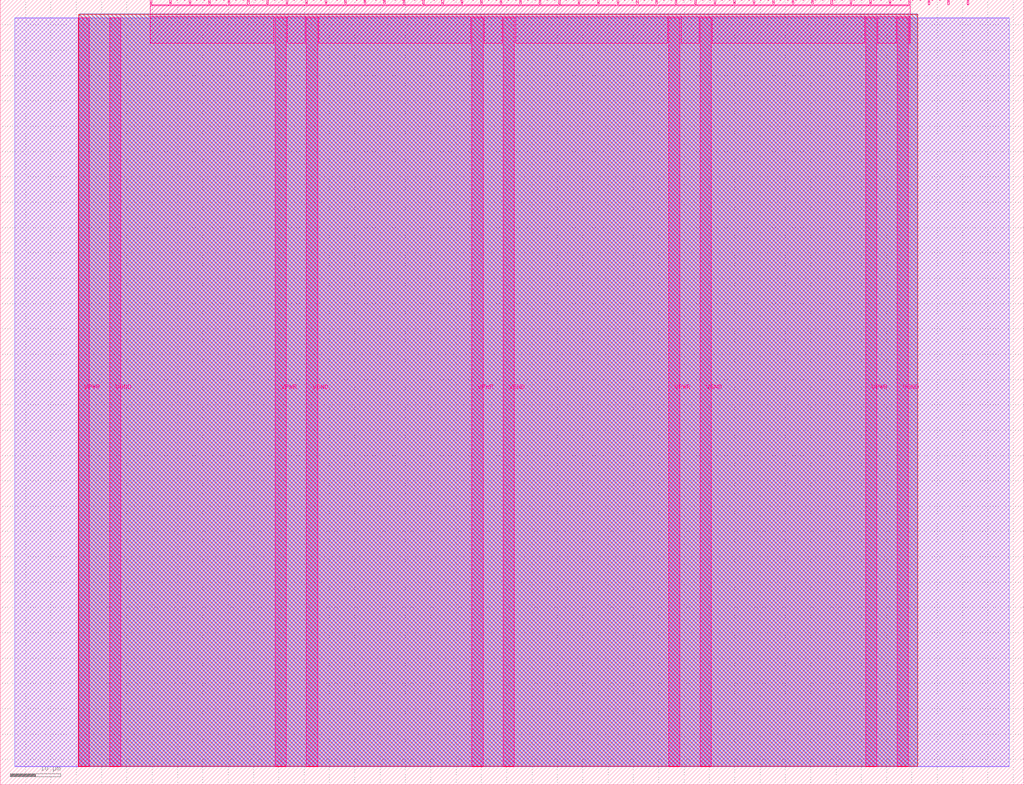
<source format=lef>
VERSION 5.7 ;
  NOWIREEXTENSIONATPIN ON ;
  DIVIDERCHAR "/" ;
  BUSBITCHARS "[]" ;
MACRO tt_um_wokwi_434917381796339713
  CLASS BLOCK ;
  FOREIGN tt_um_wokwi_434917381796339713 ;
  ORIGIN 0.000 0.000 ;
  SIZE 202.080 BY 154.980 ;
  PIN VGND
    DIRECTION INOUT ;
    USE GROUND ;
    PORT
      LAYER Metal5 ;
        RECT 21.580 3.560 23.780 151.420 ;
    END
    PORT
      LAYER Metal5 ;
        RECT 60.450 3.560 62.650 151.420 ;
    END
    PORT
      LAYER Metal5 ;
        RECT 99.320 3.560 101.520 151.420 ;
    END
    PORT
      LAYER Metal5 ;
        RECT 138.190 3.560 140.390 151.420 ;
    END
    PORT
      LAYER Metal5 ;
        RECT 177.060 3.560 179.260 151.420 ;
    END
  END VGND
  PIN VPWR
    DIRECTION INOUT ;
    USE POWER ;
    PORT
      LAYER Metal5 ;
        RECT 15.380 3.560 17.580 151.420 ;
    END
    PORT
      LAYER Metal5 ;
        RECT 54.250 3.560 56.450 151.420 ;
    END
    PORT
      LAYER Metal5 ;
        RECT 93.120 3.560 95.320 151.420 ;
    END
    PORT
      LAYER Metal5 ;
        RECT 131.990 3.560 134.190 151.420 ;
    END
    PORT
      LAYER Metal5 ;
        RECT 170.860 3.560 173.060 151.420 ;
    END
  END VPWR
  PIN clk
    DIRECTION INPUT ;
    USE SIGNAL ;
    PORT
      LAYER Metal5 ;
        RECT 187.050 153.980 187.350 154.980 ;
    END
  END clk
  PIN ena
    DIRECTION INPUT ;
    USE SIGNAL ;
    PORT
      LAYER Metal5 ;
        RECT 190.890 153.980 191.190 154.980 ;
    END
  END ena
  PIN rst_n
    DIRECTION INPUT ;
    USE SIGNAL ;
    PORT
      LAYER Metal5 ;
        RECT 183.210 153.980 183.510 154.980 ;
    END
  END rst_n
  PIN ui_in[0]
    DIRECTION INPUT ;
    USE SIGNAL ;
    ANTENNAGATEAREA 0.180700 ;
    PORT
      LAYER Metal5 ;
        RECT 179.370 153.980 179.670 154.980 ;
    END
  END ui_in[0]
  PIN ui_in[1]
    DIRECTION INPUT ;
    USE SIGNAL ;
    ANTENNAGATEAREA 0.180700 ;
    PORT
      LAYER Metal5 ;
        RECT 175.530 153.980 175.830 154.980 ;
    END
  END ui_in[1]
  PIN ui_in[2]
    DIRECTION INPUT ;
    USE SIGNAL ;
    ANTENNAGATEAREA 0.180700 ;
    PORT
      LAYER Metal5 ;
        RECT 171.690 153.980 171.990 154.980 ;
    END
  END ui_in[2]
  PIN ui_in[3]
    DIRECTION INPUT ;
    USE SIGNAL ;
    ANTENNAGATEAREA 0.180700 ;
    PORT
      LAYER Metal5 ;
        RECT 167.850 153.980 168.150 154.980 ;
    END
  END ui_in[3]
  PIN ui_in[4]
    DIRECTION INPUT ;
    USE SIGNAL ;
    ANTENNAGATEAREA 0.180700 ;
    PORT
      LAYER Metal5 ;
        RECT 164.010 153.980 164.310 154.980 ;
    END
  END ui_in[4]
  PIN ui_in[5]
    DIRECTION INPUT ;
    USE SIGNAL ;
    ANTENNAGATEAREA 0.180700 ;
    PORT
      LAYER Metal5 ;
        RECT 160.170 153.980 160.470 154.980 ;
    END
  END ui_in[5]
  PIN ui_in[6]
    DIRECTION INPUT ;
    USE SIGNAL ;
    ANTENNAGATEAREA 0.180700 ;
    PORT
      LAYER Metal5 ;
        RECT 156.330 153.980 156.630 154.980 ;
    END
  END ui_in[6]
  PIN ui_in[7]
    DIRECTION INPUT ;
    USE SIGNAL ;
    ANTENNAGATEAREA 0.180700 ;
    PORT
      LAYER Metal5 ;
        RECT 152.490 153.980 152.790 154.980 ;
    END
  END ui_in[7]
  PIN uio_in[0]
    DIRECTION INPUT ;
    USE SIGNAL ;
    PORT
      LAYER Metal5 ;
        RECT 148.650 153.980 148.950 154.980 ;
    END
  END uio_in[0]
  PIN uio_in[1]
    DIRECTION INPUT ;
    USE SIGNAL ;
    PORT
      LAYER Metal5 ;
        RECT 144.810 153.980 145.110 154.980 ;
    END
  END uio_in[1]
  PIN uio_in[2]
    DIRECTION INPUT ;
    USE SIGNAL ;
    PORT
      LAYER Metal5 ;
        RECT 140.970 153.980 141.270 154.980 ;
    END
  END uio_in[2]
  PIN uio_in[3]
    DIRECTION INPUT ;
    USE SIGNAL ;
    PORT
      LAYER Metal5 ;
        RECT 137.130 153.980 137.430 154.980 ;
    END
  END uio_in[3]
  PIN uio_in[4]
    DIRECTION INPUT ;
    USE SIGNAL ;
    PORT
      LAYER Metal5 ;
        RECT 133.290 153.980 133.590 154.980 ;
    END
  END uio_in[4]
  PIN uio_in[5]
    DIRECTION INPUT ;
    USE SIGNAL ;
    PORT
      LAYER Metal5 ;
        RECT 129.450 153.980 129.750 154.980 ;
    END
  END uio_in[5]
  PIN uio_in[6]
    DIRECTION INPUT ;
    USE SIGNAL ;
    PORT
      LAYER Metal5 ;
        RECT 125.610 153.980 125.910 154.980 ;
    END
  END uio_in[6]
  PIN uio_in[7]
    DIRECTION INPUT ;
    USE SIGNAL ;
    PORT
      LAYER Metal5 ;
        RECT 121.770 153.980 122.070 154.980 ;
    END
  END uio_in[7]
  PIN uio_oe[0]
    DIRECTION OUTPUT ;
    USE SIGNAL ;
    ANTENNADIFFAREA 0.299200 ;
    PORT
      LAYER Metal5 ;
        RECT 56.490 153.980 56.790 154.980 ;
    END
  END uio_oe[0]
  PIN uio_oe[1]
    DIRECTION OUTPUT ;
    USE SIGNAL ;
    ANTENNADIFFAREA 0.299200 ;
    PORT
      LAYER Metal5 ;
        RECT 52.650 153.980 52.950 154.980 ;
    END
  END uio_oe[1]
  PIN uio_oe[2]
    DIRECTION OUTPUT ;
    USE SIGNAL ;
    ANTENNADIFFAREA 0.299200 ;
    PORT
      LAYER Metal5 ;
        RECT 48.810 153.980 49.110 154.980 ;
    END
  END uio_oe[2]
  PIN uio_oe[3]
    DIRECTION OUTPUT ;
    USE SIGNAL ;
    ANTENNADIFFAREA 0.299200 ;
    PORT
      LAYER Metal5 ;
        RECT 44.970 153.980 45.270 154.980 ;
    END
  END uio_oe[3]
  PIN uio_oe[4]
    DIRECTION OUTPUT ;
    USE SIGNAL ;
    ANTENNADIFFAREA 0.299200 ;
    PORT
      LAYER Metal5 ;
        RECT 41.130 153.980 41.430 154.980 ;
    END
  END uio_oe[4]
  PIN uio_oe[5]
    DIRECTION OUTPUT ;
    USE SIGNAL ;
    ANTENNADIFFAREA 0.299200 ;
    PORT
      LAYER Metal5 ;
        RECT 37.290 153.980 37.590 154.980 ;
    END
  END uio_oe[5]
  PIN uio_oe[6]
    DIRECTION OUTPUT ;
    USE SIGNAL ;
    ANTENNADIFFAREA 0.299200 ;
    PORT
      LAYER Metal5 ;
        RECT 33.450 153.980 33.750 154.980 ;
    END
  END uio_oe[6]
  PIN uio_oe[7]
    DIRECTION OUTPUT ;
    USE SIGNAL ;
    ANTENNADIFFAREA 0.299200 ;
    PORT
      LAYER Metal5 ;
        RECT 29.610 153.980 29.910 154.980 ;
    END
  END uio_oe[7]
  PIN uio_out[0]
    DIRECTION OUTPUT ;
    USE SIGNAL ;
    ANTENNADIFFAREA 0.299200 ;
    PORT
      LAYER Metal5 ;
        RECT 87.210 153.980 87.510 154.980 ;
    END
  END uio_out[0]
  PIN uio_out[1]
    DIRECTION OUTPUT ;
    USE SIGNAL ;
    ANTENNADIFFAREA 0.299200 ;
    PORT
      LAYER Metal5 ;
        RECT 83.370 153.980 83.670 154.980 ;
    END
  END uio_out[1]
  PIN uio_out[2]
    DIRECTION OUTPUT ;
    USE SIGNAL ;
    ANTENNADIFFAREA 0.299200 ;
    PORT
      LAYER Metal5 ;
        RECT 79.530 153.980 79.830 154.980 ;
    END
  END uio_out[2]
  PIN uio_out[3]
    DIRECTION OUTPUT ;
    USE SIGNAL ;
    ANTENNADIFFAREA 0.299200 ;
    PORT
      LAYER Metal5 ;
        RECT 75.690 153.980 75.990 154.980 ;
    END
  END uio_out[3]
  PIN uio_out[4]
    DIRECTION OUTPUT ;
    USE SIGNAL ;
    ANTENNADIFFAREA 0.299200 ;
    PORT
      LAYER Metal5 ;
        RECT 71.850 153.980 72.150 154.980 ;
    END
  END uio_out[4]
  PIN uio_out[5]
    DIRECTION OUTPUT ;
    USE SIGNAL ;
    ANTENNADIFFAREA 0.299200 ;
    PORT
      LAYER Metal5 ;
        RECT 68.010 153.980 68.310 154.980 ;
    END
  END uio_out[5]
  PIN uio_out[6]
    DIRECTION OUTPUT ;
    USE SIGNAL ;
    ANTENNADIFFAREA 0.299200 ;
    PORT
      LAYER Metal5 ;
        RECT 64.170 153.980 64.470 154.980 ;
    END
  END uio_out[6]
  PIN uio_out[7]
    DIRECTION OUTPUT ;
    USE SIGNAL ;
    ANTENNADIFFAREA 0.299200 ;
    PORT
      LAYER Metal5 ;
        RECT 60.330 153.980 60.630 154.980 ;
    END
  END uio_out[7]
  PIN uo_out[0]
    DIRECTION OUTPUT ;
    USE SIGNAL ;
    ANTENNADIFFAREA 0.654800 ;
    PORT
      LAYER Metal5 ;
        RECT 117.930 153.980 118.230 154.980 ;
    END
  END uo_out[0]
  PIN uo_out[1]
    DIRECTION OUTPUT ;
    USE SIGNAL ;
    ANTENNADIFFAREA 0.654800 ;
    PORT
      LAYER Metal5 ;
        RECT 114.090 153.980 114.390 154.980 ;
    END
  END uo_out[1]
  PIN uo_out[2]
    DIRECTION OUTPUT ;
    USE SIGNAL ;
    ANTENNADIFFAREA 0.654800 ;
    PORT
      LAYER Metal5 ;
        RECT 110.250 153.980 110.550 154.980 ;
    END
  END uo_out[2]
  PIN uo_out[3]
    DIRECTION OUTPUT ;
    USE SIGNAL ;
    ANTENNADIFFAREA 0.654800 ;
    PORT
      LAYER Metal5 ;
        RECT 106.410 153.980 106.710 154.980 ;
    END
  END uo_out[3]
  PIN uo_out[4]
    DIRECTION OUTPUT ;
    USE SIGNAL ;
    ANTENNADIFFAREA 0.654800 ;
    PORT
      LAYER Metal5 ;
        RECT 102.570 153.980 102.870 154.980 ;
    END
  END uo_out[4]
  PIN uo_out[5]
    DIRECTION OUTPUT ;
    USE SIGNAL ;
    ANTENNADIFFAREA 0.654800 ;
    PORT
      LAYER Metal5 ;
        RECT 98.730 153.980 99.030 154.980 ;
    END
  END uo_out[5]
  PIN uo_out[6]
    DIRECTION OUTPUT ;
    USE SIGNAL ;
    ANTENNADIFFAREA 0.654800 ;
    PORT
      LAYER Metal5 ;
        RECT 94.890 153.980 95.190 154.980 ;
    END
  END uo_out[6]
  PIN uo_out[7]
    DIRECTION OUTPUT ;
    USE SIGNAL ;
    ANTENNADIFFAREA 0.654800 ;
    PORT
      LAYER Metal5 ;
        RECT 91.050 153.980 91.350 154.980 ;
    END
  END uo_out[7]
  OBS
      LAYER GatPoly ;
        RECT 2.880 3.630 199.200 151.350 ;
      LAYER Metal1 ;
        RECT 2.880 3.560 199.200 151.420 ;
      LAYER Metal2 ;
        RECT 15.515 3.680 181.105 152.140 ;
      LAYER Metal3 ;
        RECT 15.560 3.635 181.060 152.185 ;
      LAYER Metal4 ;
        RECT 15.515 3.680 181.105 152.140 ;
      LAYER Metal5 ;
        RECT 30.120 153.770 33.240 153.980 ;
        RECT 33.960 153.770 37.080 153.980 ;
        RECT 37.800 153.770 40.920 153.980 ;
        RECT 41.640 153.770 44.760 153.980 ;
        RECT 45.480 153.770 48.600 153.980 ;
        RECT 49.320 153.770 52.440 153.980 ;
        RECT 53.160 153.770 56.280 153.980 ;
        RECT 57.000 153.770 60.120 153.980 ;
        RECT 60.840 153.770 63.960 153.980 ;
        RECT 64.680 153.770 67.800 153.980 ;
        RECT 68.520 153.770 71.640 153.980 ;
        RECT 72.360 153.770 75.480 153.980 ;
        RECT 76.200 153.770 79.320 153.980 ;
        RECT 80.040 153.770 83.160 153.980 ;
        RECT 83.880 153.770 87.000 153.980 ;
        RECT 87.720 153.770 90.840 153.980 ;
        RECT 91.560 153.770 94.680 153.980 ;
        RECT 95.400 153.770 98.520 153.980 ;
        RECT 99.240 153.770 102.360 153.980 ;
        RECT 103.080 153.770 106.200 153.980 ;
        RECT 106.920 153.770 110.040 153.980 ;
        RECT 110.760 153.770 113.880 153.980 ;
        RECT 114.600 153.770 117.720 153.980 ;
        RECT 118.440 153.770 121.560 153.980 ;
        RECT 122.280 153.770 125.400 153.980 ;
        RECT 126.120 153.770 129.240 153.980 ;
        RECT 129.960 153.770 133.080 153.980 ;
        RECT 133.800 153.770 136.920 153.980 ;
        RECT 137.640 153.770 140.760 153.980 ;
        RECT 141.480 153.770 144.600 153.980 ;
        RECT 145.320 153.770 148.440 153.980 ;
        RECT 149.160 153.770 152.280 153.980 ;
        RECT 153.000 153.770 156.120 153.980 ;
        RECT 156.840 153.770 159.960 153.980 ;
        RECT 160.680 153.770 163.800 153.980 ;
        RECT 164.520 153.770 167.640 153.980 ;
        RECT 168.360 153.770 171.480 153.980 ;
        RECT 172.200 153.770 175.320 153.980 ;
        RECT 176.040 153.770 179.160 153.980 ;
        RECT 29.660 151.630 179.620 153.770 ;
        RECT 29.660 146.435 54.040 151.630 ;
        RECT 56.660 146.435 60.240 151.630 ;
        RECT 62.860 146.435 92.910 151.630 ;
        RECT 95.530 146.435 99.110 151.630 ;
        RECT 101.730 146.435 131.780 151.630 ;
        RECT 134.400 146.435 137.980 151.630 ;
        RECT 140.600 146.435 170.650 151.630 ;
        RECT 173.270 146.435 176.850 151.630 ;
        RECT 179.470 146.435 179.620 151.630 ;
  END
END tt_um_wokwi_434917381796339713
END LIBRARY


</source>
